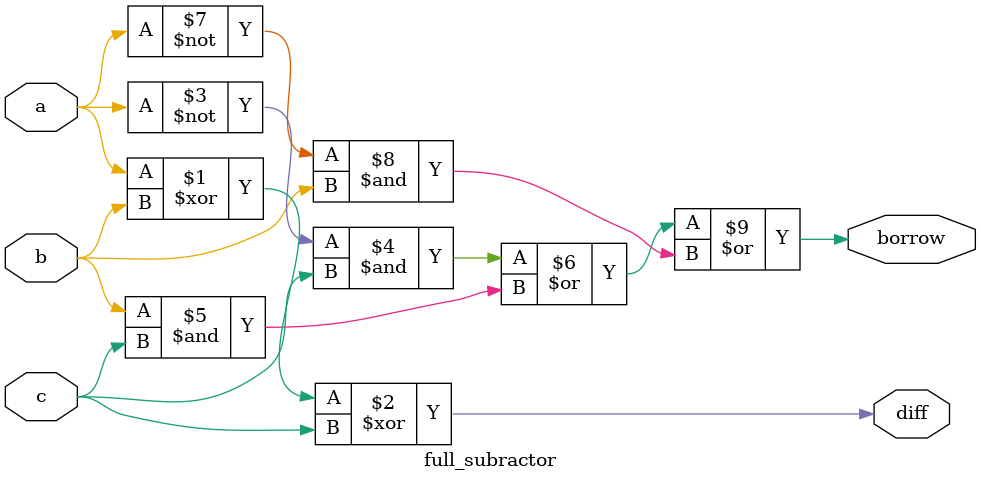
<source format=v>
`timescale 1ns / 1ps
module full_subractor(a,b,c,diff,borrow);
input a,b,c;
output diff,borrow;
assign diff=a^b^c;
assign borrow=(~a&c)|(b&c)|(~a&b);
endmodule

</source>
